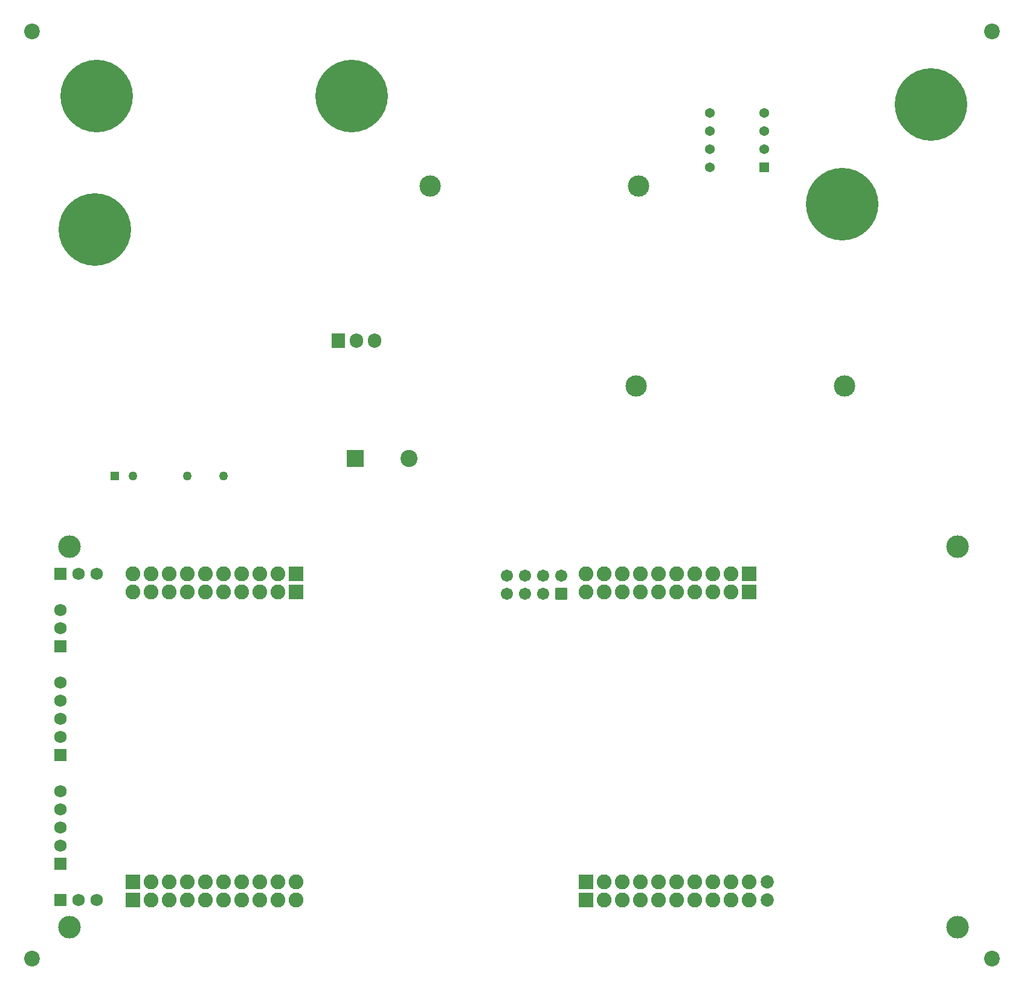
<source format=gbr>
%TF.GenerationSoftware,KiCad,Pcbnew,8.0.8*%
%TF.CreationDate,2025-03-01T14:31:09-05:00*%
%TF.ProjectId,MyFirstBuck,4d794669-7273-4744-9275-636b2e6b6963,rev?*%
%TF.SameCoordinates,Original*%
%TF.FileFunction,Soldermask,Bot*%
%TF.FilePolarity,Negative*%
%FSLAX46Y46*%
G04 Gerber Fmt 4.6, Leading zero omitted, Abs format (unit mm)*
G04 Created by KiCad (PCBNEW 8.0.8) date 2025-03-01 14:31:09*
%MOMM*%
%LPD*%
G01*
G04 APERTURE LIST*
G04 Aperture macros list*
%AMRoundRect*
0 Rectangle with rounded corners*
0 $1 Rounding radius*
0 $2 $3 $4 $5 $6 $7 $8 $9 X,Y pos of 4 corners*
0 Add a 4 corners polygon primitive as box body*
4,1,4,$2,$3,$4,$5,$6,$7,$8,$9,$2,$3,0*
0 Add four circle primitives for the rounded corners*
1,1,$1+$1,$2,$3*
1,1,$1+$1,$4,$5*
1,1,$1+$1,$6,$7*
1,1,$1+$1,$8,$9*
0 Add four rect primitives between the rounded corners*
20,1,$1+$1,$2,$3,$4,$5,0*
20,1,$1+$1,$4,$5,$6,$7,0*
20,1,$1+$1,$6,$7,$8,$9,0*
20,1,$1+$1,$8,$9,$2,$3,0*%
G04 Aperture macros list end*
%ADD10C,2.200000*%
%ADD11C,1.854000*%
%ADD12R,1.371600X1.371600*%
%ADD13C,1.371600*%
%ADD14R,1.270000X1.270000*%
%ADD15C,1.270000*%
%ADD16C,3.004000*%
%ADD17C,10.160000*%
%ADD18R,1.905000X2.000000*%
%ADD19O,1.905000X2.000000*%
%ADD20C,3.175000*%
%ADD21RoundRect,0.102000X0.939800X0.939800X-0.939800X0.939800X-0.939800X-0.939800X0.939800X-0.939800X0*%
%ADD22C,2.083600*%
%ADD23RoundRect,0.102000X0.762000X0.762000X-0.762000X0.762000X-0.762000X-0.762000X0.762000X-0.762000X0*%
%ADD24C,1.728000*%
%ADD25RoundRect,0.102000X0.750000X0.750000X-0.750000X0.750000X-0.750000X-0.750000X0.750000X-0.750000X0*%
%ADD26C,1.704000*%
%ADD27R,2.400000X2.400000*%
%ADD28C,2.400000*%
G04 APERTURE END LIST*
D10*
%TO.C,REF\u002A\u002A*%
X70750000Y-154000000D03*
%TD*%
%TO.C,REF\u002A\u002A*%
X205250000Y-154000000D03*
%TD*%
%TO.C,REF\u002A\u002A*%
X205250000Y-24000000D03*
%TD*%
%TO.C,REF\u002A\u002A*%
X70750000Y-24000000D03*
%TD*%
D11*
%TO.C,REF\u002A\u002A*%
X84890000Y-145750000D03*
X84890000Y-143210000D03*
X87430000Y-145750000D03*
X87430000Y-143210000D03*
X89970000Y-145750000D03*
X89970000Y-143210000D03*
X92510000Y-145750000D03*
X92510000Y-143210000D03*
X95050000Y-145750000D03*
X95050000Y-143210000D03*
X97590000Y-145750000D03*
X97590000Y-143210000D03*
X100130000Y-145750000D03*
X100130000Y-143210000D03*
X102670000Y-145750000D03*
X102670000Y-143210000D03*
X105210000Y-145750000D03*
X105210000Y-143210000D03*
X107750000Y-145750000D03*
X107750000Y-143210000D03*
%TD*%
%TO.C,REF\u002A\u002A*%
X150930000Y-145790000D03*
X150930000Y-143250000D03*
X153470000Y-145790000D03*
X153470000Y-143250000D03*
X156010000Y-145790000D03*
X156010000Y-143250000D03*
X158550000Y-145790000D03*
X158550000Y-143250000D03*
X161090000Y-145790000D03*
X161090000Y-143250000D03*
X163630000Y-145790000D03*
X163630000Y-143250000D03*
X166170000Y-145790000D03*
X166170000Y-143250000D03*
X168710000Y-145790000D03*
X168710000Y-143250000D03*
X171250000Y-145790000D03*
X171250000Y-143250000D03*
X173790000Y-145790000D03*
X173790000Y-143250000D03*
%TD*%
D12*
%TO.C,U5*%
X173310000Y-43060000D03*
D13*
X173310000Y-40520000D03*
X173310000Y-37980000D03*
X173310000Y-35440000D03*
X165690000Y-35440000D03*
X165690000Y-37980000D03*
X165690000Y-40520000D03*
X165690000Y-43060000D03*
%TD*%
D14*
%TO.C,U4*%
X82305000Y-86361000D03*
D15*
X84845000Y-86361000D03*
X92465000Y-86361000D03*
X97545000Y-86361000D03*
%TD*%
D16*
%TO.C,L2*%
X155395000Y-73750000D03*
X184605000Y-73750000D03*
%TD*%
%TO.C,L1*%
X155750000Y-45750000D03*
X126540000Y-45750000D03*
%TD*%
D17*
%TO.C,J1*%
X79756000Y-33136000D03*
%TD*%
%TO.C,J2*%
X184250000Y-48250000D03*
%TD*%
%TO.C,J3*%
X196665000Y-34256000D03*
%TD*%
%TO.C,J5*%
X115549000Y-33136000D03*
%TD*%
%TO.C,J4*%
X79502000Y-51816000D03*
%TD*%
D18*
%TO.C,Q1*%
X113607000Y-67426000D03*
D19*
X116147000Y-67426000D03*
X118687000Y-67426000D03*
%TD*%
D20*
%TO.C,U2*%
X200406000Y-149606000D03*
X200406000Y-96266000D03*
X75946000Y-149606000D03*
X75946000Y-96266000D03*
D21*
X171196000Y-100076000D03*
D22*
X168656000Y-100076000D03*
X166116000Y-100076000D03*
X163576000Y-100076000D03*
X161036000Y-100076000D03*
X158496000Y-100076000D03*
X155956000Y-100076000D03*
X153416000Y-100076000D03*
X150876000Y-100076000D03*
X148336000Y-100076000D03*
D21*
X148336000Y-145796000D03*
D22*
X150876000Y-145796000D03*
X153416000Y-145796000D03*
X155956000Y-145796000D03*
X158496000Y-145796000D03*
X161036000Y-145796000D03*
X163576000Y-145796000D03*
X166116000Y-145796000D03*
X168656000Y-145796000D03*
X171196000Y-145796000D03*
D21*
X171196000Y-102616000D03*
D22*
X168656000Y-102616000D03*
X166116000Y-102616000D03*
X163576000Y-102616000D03*
X161036000Y-102616000D03*
X158496000Y-102616000D03*
X155956000Y-102616000D03*
X153416000Y-102616000D03*
X150876000Y-102616000D03*
X148336000Y-102616000D03*
D21*
X148336000Y-143256000D03*
D22*
X150876000Y-143256000D03*
X153416000Y-143256000D03*
X155956000Y-143256000D03*
X158496000Y-143256000D03*
X161036000Y-143256000D03*
X163576000Y-143256000D03*
X166116000Y-143256000D03*
X168656000Y-143256000D03*
X171196000Y-143256000D03*
D21*
X107696000Y-100076000D03*
D22*
X105156000Y-100076000D03*
X102616000Y-100076000D03*
X100076000Y-100076000D03*
X97536000Y-100076000D03*
X94996000Y-100076000D03*
X92456000Y-100076000D03*
X89916000Y-100076000D03*
X87376000Y-100076000D03*
X84836000Y-100076000D03*
D21*
X84836000Y-145796000D03*
D22*
X87376000Y-145796000D03*
X89916000Y-145796000D03*
X92456000Y-145796000D03*
X94996000Y-145796000D03*
X97536000Y-145796000D03*
X100076000Y-145796000D03*
X102616000Y-145796000D03*
X105156000Y-145796000D03*
X107696000Y-145796000D03*
D21*
X107696000Y-102616000D03*
D22*
X105156000Y-102616000D03*
X102616000Y-102616000D03*
X100076000Y-102616000D03*
X97536000Y-102616000D03*
X94996000Y-102616000D03*
X92456000Y-102616000D03*
X89916000Y-102616000D03*
X87376000Y-102616000D03*
X84836000Y-102616000D03*
D21*
X84836000Y-143256000D03*
D22*
X87376000Y-143256000D03*
X89916000Y-143256000D03*
X92456000Y-143256000D03*
X94996000Y-143256000D03*
X97536000Y-143256000D03*
X100076000Y-143256000D03*
X102616000Y-143256000D03*
X105156000Y-143256000D03*
X107696000Y-143256000D03*
D23*
X74676000Y-145796000D03*
D24*
X77216000Y-145796000D03*
X79756000Y-145796000D03*
D23*
X74676000Y-110236000D03*
D24*
X74676000Y-107696000D03*
X74676000Y-105156000D03*
D23*
X74676000Y-140716000D03*
D24*
X74676000Y-138176000D03*
X74676000Y-135636000D03*
X74676000Y-133096000D03*
X74676000Y-130556000D03*
D23*
X74676000Y-125476000D03*
D24*
X74676000Y-122936000D03*
X74676000Y-120396000D03*
X74676000Y-117856000D03*
X74676000Y-115316000D03*
D23*
X74676000Y-100076000D03*
D24*
X77216000Y-100076000D03*
X79756000Y-100076000D03*
D25*
X144852000Y-102850000D03*
D26*
X144852000Y-100310000D03*
X142312000Y-102850000D03*
X142312000Y-100310000D03*
X139772000Y-102850000D03*
X139772000Y-100310000D03*
X137232000Y-102850000D03*
X137232000Y-100310000D03*
%TD*%
D27*
%TO.C,C3*%
X116013000Y-83936000D03*
D28*
X123513000Y-83936000D03*
%TD*%
M02*

</source>
